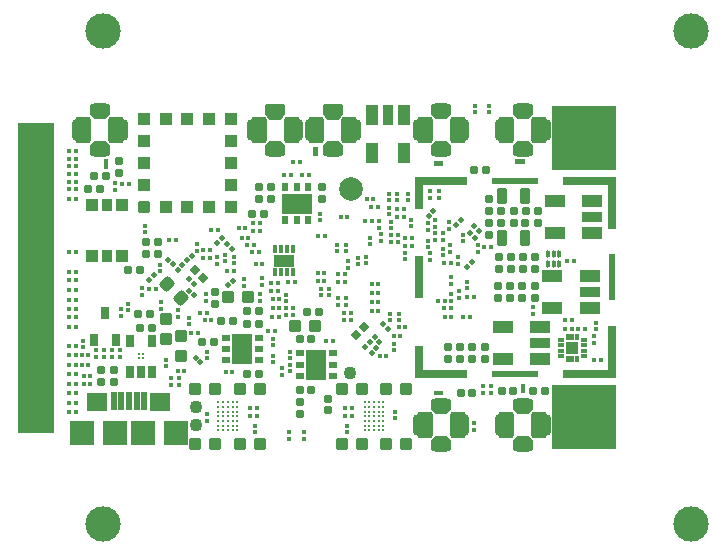
<source format=gts>
G04*
G04 #@! TF.GenerationSoftware,Altium Limited,Altium Designer,19.1.6 (110)*
G04*
G04 Layer_Color=8388736*
%FSLAX44Y44*%
%MOMM*%
G71*
G01*
G75*
%ADD68R,3.1250X26.2500*%
G04:AMPARAMS|DCode=69|XSize=0.6mm|YSize=0.7mm|CornerRadius=0.1mm|HoleSize=0mm|Usage=FLASHONLY|Rotation=270.000|XOffset=0mm|YOffset=0mm|HoleType=Round|Shape=RoundedRectangle|*
%AMROUNDEDRECTD69*
21,1,0.6000,0.5000,0,0,270.0*
21,1,0.4000,0.7000,0,0,270.0*
1,1,0.2000,-0.2500,-0.2000*
1,1,0.2000,-0.2500,0.2000*
1,1,0.2000,0.2500,0.2000*
1,1,0.2000,0.2500,-0.2000*
%
%ADD69ROUNDEDRECTD69*%
%ADD70R,0.4000X0.4500*%
G04:AMPARAMS|DCode=71|XSize=0.7mm|YSize=1.1mm|CornerRadius=0.125mm|HoleSize=0mm|Usage=FLASHONLY|Rotation=0.000|XOffset=0mm|YOffset=0mm|HoleType=Round|Shape=RoundedRectangle|*
%AMROUNDEDRECTD71*
21,1,0.7000,0.8500,0,0,0.0*
21,1,0.4500,1.1000,0,0,0.0*
1,1,0.2500,0.2250,-0.4250*
1,1,0.2500,-0.2250,-0.4250*
1,1,0.2500,-0.2250,0.4250*
1,1,0.2500,0.2250,0.4250*
%
%ADD71ROUNDEDRECTD71*%
%ADD72R,0.8000X4.5000*%
%ADD73R,3.9000X0.6000*%
%ADD74R,4.5000X0.8000*%
%ADD75R,0.8000X2.7500*%
%ADD76R,0.8000X3.6000*%
%ADD77R,0.6000X3.9000*%
%ADD78R,0.4500X0.4000*%
%ADD79R,0.4000X0.7000*%
%ADD80R,1.7000X1.0500*%
G04:AMPARAMS|DCode=81|XSize=1.1mm|YSize=1.1mm|CornerRadius=0.3mm|HoleSize=0mm|Usage=FLASHONLY|Rotation=270.000|XOffset=0mm|YOffset=0mm|HoleType=Round|Shape=RoundedRectangle|*
%AMROUNDEDRECTD81*
21,1,1.1000,0.5000,0,0,270.0*
21,1,0.5000,1.1000,0,0,270.0*
1,1,0.6000,-0.2500,-0.2500*
1,1,0.6000,-0.2500,0.2500*
1,1,0.6000,0.2500,0.2500*
1,1,0.6000,0.2500,-0.2500*
%
%ADD81ROUNDEDRECTD81*%
%ADD82R,1.1000X1.1000*%
%ADD83R,1.1000X1.1000*%
%ADD84R,1.0500X1.1000*%
%ADD85R,0.5480X1.5480*%
%ADD86R,2.0000X2.0000*%
%ADD87R,1.7000X1.5000*%
%ADD88R,2.6000X0.7000*%
%ADD89C,0.2400*%
%ADD90C,0.3000*%
%ADD91R,1.0000X1.7500*%
%ADD92R,0.8600X1.7500*%
%ADD93C,2.0000*%
%ADD94R,1.8000X2.6000*%
%ADD95R,0.8000X0.6000*%
%ADD96R,0.4000X0.4100*%
%ADD97C,3.0000*%
%ADD98R,1.0500X1.0500*%
%ADD99R,0.9000X1.0500*%
G04:AMPARAMS|DCode=100|XSize=1.1mm|YSize=1.65mm|CornerRadius=0.175mm|HoleSize=0mm|Usage=FLASHONLY|Rotation=90.000|XOffset=0mm|YOffset=0mm|HoleType=Round|Shape=RoundedRectangle|*
%AMROUNDEDRECTD100*
21,1,1.1000,1.3000,0,0,90.0*
21,1,0.7500,1.6500,0,0,90.0*
1,1,0.3500,0.6500,0.3750*
1,1,0.3500,0.6500,-0.3750*
1,1,0.3500,-0.6500,-0.3750*
1,1,0.3500,-0.6500,0.3750*
%
%ADD100ROUNDEDRECTD100*%
G04:AMPARAMS|DCode=101|XSize=1.3mm|YSize=1.7mm|CornerRadius=0.2mm|HoleSize=0mm|Usage=FLASHONLY|Rotation=180.000|XOffset=0mm|YOffset=0mm|HoleType=Round|Shape=RoundedRectangle|*
%AMROUNDEDRECTD101*
21,1,1.3000,1.3000,0,0,180.0*
21,1,0.9000,1.7000,0,0,180.0*
1,1,0.4000,-0.4500,0.6500*
1,1,0.4000,0.4500,0.6500*
1,1,0.4000,0.4500,-0.6500*
1,1,0.4000,-0.4500,-0.6500*
%
%ADD101ROUNDEDRECTD101*%
G04:AMPARAMS|DCode=102|XSize=1.3mm|YSize=1.3mm|CornerRadius=0.2mm|HoleSize=0mm|Usage=FLASHONLY|Rotation=0.000|XOffset=0mm|YOffset=0mm|HoleType=Round|Shape=RoundedRectangle|*
%AMROUNDEDRECTD102*
21,1,1.3000,0.9000,0,0,0.0*
21,1,0.9000,1.3000,0,0,0.0*
1,1,0.4000,0.4500,-0.4500*
1,1,0.4000,-0.4500,-0.4500*
1,1,0.4000,-0.4500,0.4500*
1,1,0.4000,0.4500,0.4500*
%
%ADD102ROUNDEDRECTD102*%
G04:AMPARAMS|DCode=103|XSize=1.3mm|YSize=2.25mm|CornerRadius=0.2mm|HoleSize=0mm|Usage=FLASHONLY|Rotation=180.000|XOffset=0mm|YOffset=0mm|HoleType=Round|Shape=RoundedRectangle|*
%AMROUNDEDRECTD103*
21,1,1.3000,1.8500,0,0,180.0*
21,1,0.9000,2.2500,0,0,180.0*
1,1,0.4000,-0.4500,0.9250*
1,1,0.4000,0.4500,0.9250*
1,1,0.4000,0.4500,-0.9250*
1,1,0.4000,-0.4500,-0.9250*
%
%ADD103ROUNDEDRECTD103*%
%ADD104C,1.1000*%
G04:AMPARAMS|DCode=105|XSize=0.7mm|YSize=0.7mm|CornerRadius=0.11mm|HoleSize=0mm|Usage=FLASHONLY|Rotation=0.000|XOffset=0mm|YOffset=0mm|HoleType=Round|Shape=RoundedRectangle|*
%AMROUNDEDRECTD105*
21,1,0.7000,0.4800,0,0,0.0*
21,1,0.4800,0.7000,0,0,0.0*
1,1,0.2200,0.2400,-0.2400*
1,1,0.2200,-0.2400,-0.2400*
1,1,0.2200,-0.2400,0.2400*
1,1,0.2200,0.2400,0.2400*
%
%ADD105ROUNDEDRECTD105*%
G04:AMPARAMS|DCode=106|XSize=1.4mm|YSize=0.9mm|CornerRadius=0.15mm|HoleSize=0mm|Usage=FLASHONLY|Rotation=90.000|XOffset=0mm|YOffset=0mm|HoleType=Round|Shape=RoundedRectangle|*
%AMROUNDEDRECTD106*
21,1,1.4000,0.6000,0,0,90.0*
21,1,1.1000,0.9000,0,0,90.0*
1,1,0.3000,0.3000,0.5500*
1,1,0.3000,0.3000,-0.5500*
1,1,0.3000,-0.3000,-0.5500*
1,1,0.3000,-0.3000,0.5500*
%
%ADD106ROUNDEDRECTD106*%
G04:AMPARAMS|DCode=107|XSize=0.4mm|YSize=0.45mm|CornerRadius=0mm|HoleSize=0mm|Usage=FLASHONLY|Rotation=45.000|XOffset=0mm|YOffset=0mm|HoleType=Round|Shape=Rectangle|*
%AMROTATEDRECTD107*
4,1,4,0.0177,-0.3005,-0.3005,0.0177,-0.0177,0.3005,0.3005,-0.0177,0.0177,-0.3005,0.0*
%
%ADD107ROTATEDRECTD107*%

G04:AMPARAMS|DCode=108|XSize=0.7mm|YSize=0.7mm|CornerRadius=0.11mm|HoleSize=0mm|Usage=FLASHONLY|Rotation=270.000|XOffset=0mm|YOffset=0mm|HoleType=Round|Shape=RoundedRectangle|*
%AMROUNDEDRECTD108*
21,1,0.7000,0.4800,0,0,270.0*
21,1,0.4800,0.7000,0,0,270.0*
1,1,0.2200,-0.2400,-0.2400*
1,1,0.2200,-0.2400,0.2400*
1,1,0.2200,0.2400,0.2400*
1,1,0.2200,0.2400,-0.2400*
%
%ADD108ROUNDEDRECTD108*%
G04:AMPARAMS|DCode=109|XSize=1.1mm|YSize=1mm|CornerRadius=0.1625mm|HoleSize=0mm|Usage=FLASHONLY|Rotation=270.000|XOffset=0mm|YOffset=0mm|HoleType=Round|Shape=RoundedRectangle|*
%AMROUNDEDRECTD109*
21,1,1.1000,0.6750,0,0,270.0*
21,1,0.7750,1.0000,0,0,270.0*
1,1,0.3250,-0.3375,-0.3875*
1,1,0.3250,-0.3375,0.3875*
1,1,0.3250,0.3375,0.3875*
1,1,0.3250,0.3375,-0.3875*
%
%ADD109ROUNDEDRECTD109*%
G04:AMPARAMS|DCode=110|XSize=1.1mm|YSize=1mm|CornerRadius=0.1625mm|HoleSize=0mm|Usage=FLASHONLY|Rotation=180.000|XOffset=0mm|YOffset=0mm|HoleType=Round|Shape=RoundedRectangle|*
%AMROUNDEDRECTD110*
21,1,1.1000,0.6750,0,0,180.0*
21,1,0.7750,1.0000,0,0,180.0*
1,1,0.3250,-0.3875,0.3375*
1,1,0.3250,0.3875,0.3375*
1,1,0.3250,0.3875,-0.3375*
1,1,0.3250,-0.3875,-0.3375*
%
%ADD110ROUNDEDRECTD110*%
G04:AMPARAMS|DCode=111|XSize=1.1mm|YSize=1mm|CornerRadius=0.1625mm|HoleSize=0mm|Usage=FLASHONLY|Rotation=45.000|XOffset=0mm|YOffset=0mm|HoleType=Round|Shape=RoundedRectangle|*
%AMROUNDEDRECTD111*
21,1,1.1000,0.6750,0,0,45.0*
21,1,0.7750,1.0000,0,0,45.0*
1,1,0.3250,0.5127,0.0354*
1,1,0.3250,-0.0354,-0.5127*
1,1,0.3250,-0.5127,-0.0354*
1,1,0.3250,0.0354,0.5127*
%
%ADD111ROUNDEDRECTD111*%
G04:AMPARAMS|DCode=112|XSize=0.6mm|YSize=0.7mm|CornerRadius=0.1mm|HoleSize=0mm|Usage=FLASHONLY|Rotation=180.000|XOffset=0mm|YOffset=0mm|HoleType=Round|Shape=RoundedRectangle|*
%AMROUNDEDRECTD112*
21,1,0.6000,0.5000,0,0,180.0*
21,1,0.4000,0.7000,0,0,180.0*
1,1,0.2000,-0.2000,0.2500*
1,1,0.2000,0.2000,0.2500*
1,1,0.2000,0.2000,-0.2500*
1,1,0.2000,-0.2000,-0.2500*
%
%ADD112ROUNDEDRECTD112*%
G04:AMPARAMS|DCode=113|XSize=0.4mm|YSize=0.45mm|CornerRadius=0mm|HoleSize=0mm|Usage=FLASHONLY|Rotation=315.000|XOffset=0mm|YOffset=0mm|HoleType=Round|Shape=Rectangle|*
%AMROTATEDRECTD113*
4,1,4,-0.3005,-0.0177,0.0177,0.3005,0.3005,0.0177,-0.0177,-0.3005,-0.3005,-0.0177,0.0*
%
%ADD113ROTATEDRECTD113*%

%ADD114R,0.6000X0.8000*%
%ADD115R,2.6000X1.8000*%
%ADD116R,1.7500X1.0000*%
%ADD117R,1.7500X0.8600*%
%ADD118R,0.4100X0.4000*%
G04:AMPARAMS|DCode=119|XSize=1.1mm|YSize=1.1mm|CornerRadius=0.2mm|HoleSize=0mm|Usage=FLASHONLY|Rotation=180.000|XOffset=0mm|YOffset=0mm|HoleType=Round|Shape=RoundedRectangle|*
%AMROUNDEDRECTD119*
21,1,1.1000,0.7000,0,0,180.0*
21,1,0.7000,1.1000,0,0,180.0*
1,1,0.4000,-0.3500,0.3500*
1,1,0.4000,0.3500,0.3500*
1,1,0.4000,0.3500,-0.3500*
1,1,0.4000,-0.3500,-0.3500*
%
%ADD119ROUNDEDRECTD119*%
%ADD120R,0.3000X0.4950*%
%ADD121R,0.4950X0.3000*%
G04:AMPARAMS|DCode=122|XSize=0.33mm|YSize=0.63mm|CornerRadius=0.1025mm|HoleSize=0mm|Usage=FLASHONLY|Rotation=0.000|XOffset=0mm|YOffset=0mm|HoleType=Round|Shape=RoundedRectangle|*
%AMROUNDEDRECTD122*
21,1,0.3300,0.4250,0,0,0.0*
21,1,0.1250,0.6300,0,0,0.0*
1,1,0.2050,0.0625,-0.2125*
1,1,0.2050,-0.0625,-0.2125*
1,1,0.2050,-0.0625,0.2125*
1,1,0.2050,0.0625,0.2125*
%
%ADD122ROUNDEDRECTD122*%
G04:AMPARAMS|DCode=123|XSize=0.7mm|YSize=0.7mm|CornerRadius=0.11mm|HoleSize=0mm|Usage=FLASHONLY|Rotation=135.000|XOffset=0mm|YOffset=0mm|HoleType=Round|Shape=RoundedRectangle|*
%AMROUNDEDRECTD123*
21,1,0.7000,0.4800,0,0,135.0*
21,1,0.4800,0.7000,0,0,135.0*
1,1,0.2200,0.0000,0.3394*
1,1,0.2200,0.3394,0.0000*
1,1,0.2200,0.0000,-0.3394*
1,1,0.2200,-0.3394,0.0000*
%
%ADD123ROUNDEDRECTD123*%
G04:AMPARAMS|DCode=124|XSize=0.6mm|YSize=0.7mm|CornerRadius=0.1mm|HoleSize=0mm|Usage=FLASHONLY|Rotation=45.000|XOffset=0mm|YOffset=0mm|HoleType=Round|Shape=RoundedRectangle|*
%AMROUNDEDRECTD124*
21,1,0.6000,0.5000,0,0,45.0*
21,1,0.4000,0.7000,0,0,45.0*
1,1,0.2000,0.3182,-0.0354*
1,1,0.2000,0.0354,-0.3182*
1,1,0.2000,-0.3182,0.0354*
1,1,0.2000,-0.0354,0.3182*
%
%ADD124ROUNDEDRECTD124*%
%ADD125R,5.5000X5.5000*%
G36*
X212000Y251000D02*
X208000D01*
X208000Y259000D01*
X212000D01*
Y251000D01*
D02*
G37*
G36*
X387250Y244500D02*
X379250D01*
Y248500D01*
X387250D01*
Y244500D01*
D02*
G37*
G36*
X318250Y243250D02*
X310250D01*
Y247250D01*
X318250D01*
Y243250D01*
D02*
G37*
G36*
X34500Y240500D02*
X30500D01*
Y248500D01*
X34500D01*
Y240500D01*
D02*
G37*
G36*
X387750Y50500D02*
X383750D01*
Y58500D01*
X387750D01*
Y50500D01*
D02*
G37*
G36*
X318250Y48750D02*
X310250D01*
Y52750D01*
X318250D01*
Y48750D01*
D02*
G37*
D68*
X-26875Y148250D02*
D03*
D69*
X166000Y202250D02*
D03*
X156000D02*
D03*
X66750Y178250D02*
D03*
X76750D02*
D03*
X59750Y117250D02*
D03*
X69750D02*
D03*
X76750Y168250D02*
D03*
X66750D02*
D03*
X114000Y93500D02*
D03*
X124000D02*
D03*
X130000Y111250D02*
D03*
X140000D02*
D03*
X51500Y154500D02*
D03*
X61500D02*
D03*
X354250Y239500D02*
D03*
X344250D02*
D03*
X404000Y52250D02*
D03*
X394000D02*
D03*
X32500Y234250D02*
D03*
X22500D02*
D03*
X61500Y106000D02*
D03*
X71500D02*
D03*
X162000Y66354D02*
D03*
X152000D02*
D03*
X162000Y109495D02*
D03*
X152000D02*
D03*
X388000Y204750D02*
D03*
X378000D02*
D03*
X384879Y141000D02*
D03*
X374879Y141000D02*
D03*
X384879Y131000D02*
D03*
X374879D02*
D03*
X342500Y89750D02*
D03*
X332500D02*
D03*
X342500Y79750D02*
D03*
X332500D02*
D03*
X385479Y155750D02*
D03*
X375479Y155750D02*
D03*
X385479Y165750D02*
D03*
X375479Y165750D02*
D03*
X387750Y194750D02*
D03*
X377750D02*
D03*
X196464Y96360D02*
D03*
X206464D02*
D03*
X196500Y53255D02*
D03*
X206500D02*
D03*
D70*
X262800Y208250D02*
D03*
X257200D02*
D03*
X7050Y242500D02*
D03*
X1450D02*
D03*
X7024Y153218D02*
D03*
X1424D02*
D03*
X258800Y214750D02*
D03*
X253200D02*
D03*
X7050Y249000D02*
D03*
X1450D02*
D03*
X159440Y160296D02*
D03*
X165040D02*
D03*
X1450Y170250D02*
D03*
X7050D02*
D03*
X172200Y143778D02*
D03*
X177800D02*
D03*
X192300Y144250D02*
D03*
X186700D02*
D03*
X93200Y69500D02*
D03*
X98800D02*
D03*
X7050Y34497D02*
D03*
X1450D02*
D03*
X189146Y235250D02*
D03*
X183546D02*
D03*
X204246Y235500D02*
D03*
X198646D02*
D03*
X218050Y183750D02*
D03*
X212450D02*
D03*
X236800Y199567D02*
D03*
X231200D02*
D03*
X91800Y180250D02*
D03*
X86200D02*
D03*
X120267Y171750D02*
D03*
X114667D02*
D03*
X120267Y165250D02*
D03*
X114667D02*
D03*
X121650Y188500D02*
D03*
X127250D02*
D03*
X117800Y118750D02*
D03*
X112200D02*
D03*
X104700Y101500D02*
D03*
X110300D02*
D03*
X135150Y153750D02*
D03*
X140750D02*
D03*
X116200Y112250D02*
D03*
X121800D02*
D03*
X1450Y229500D02*
D03*
X7050D02*
D03*
X173700Y130000D02*
D03*
X179300D02*
D03*
X190550Y123000D02*
D03*
X184950D02*
D03*
X234800Y144750D02*
D03*
X229200D02*
D03*
X178300Y137000D02*
D03*
X172700D02*
D03*
X173200Y115000D02*
D03*
X178800D02*
D03*
X179300Y123000D02*
D03*
X173700D02*
D03*
X184950Y116500D02*
D03*
X190550D02*
D03*
X190950Y246500D02*
D03*
X196550D02*
D03*
X169950Y102750D02*
D03*
X175550D02*
D03*
X52050Y228000D02*
D03*
X46450D02*
D03*
X234800Y151250D02*
D03*
X229200D02*
D03*
X426800Y112250D02*
D03*
X421200D02*
D03*
X7050Y129389D02*
D03*
X1450D02*
D03*
X7050Y121500D02*
D03*
X1450D02*
D03*
X7050Y42276D02*
D03*
X1450D02*
D03*
X7050Y50718D02*
D03*
X1450D02*
D03*
X7050Y58276D02*
D03*
X1450D02*
D03*
X7050Y66718D02*
D03*
X1450D02*
D03*
X7050Y74276D02*
D03*
X1450D02*
D03*
X7050Y82718D02*
D03*
X1450D02*
D03*
X7043Y90497D02*
D03*
X1443D02*
D03*
X224500Y94455D02*
D03*
X218900Y94455D02*
D03*
X134000Y68045D02*
D03*
X139600D02*
D03*
X422950Y162250D02*
D03*
X428550D02*
D03*
X445950Y78750D02*
D03*
X451550D02*
D03*
X437800Y105250D02*
D03*
X432200Y105250D02*
D03*
X421200Y105250D02*
D03*
X426800Y105250D02*
D03*
X154500Y31000D02*
D03*
X160100Y31000D02*
D03*
X154500Y37750D02*
D03*
X160100D02*
D03*
X280265Y106750D02*
D03*
X285865D02*
D03*
X235150Y37750D02*
D03*
X240750D02*
D03*
X235150Y31000D02*
D03*
X240750D02*
D03*
X1450Y255500D02*
D03*
X7050D02*
D03*
X1450Y235987D02*
D03*
X7050D02*
D03*
X69200Y138750D02*
D03*
X74800D02*
D03*
X162800Y187750D02*
D03*
X157200D02*
D03*
X162800Y194250D02*
D03*
X157200D02*
D03*
X144950Y190750D02*
D03*
X150550D02*
D03*
X147450Y182250D02*
D03*
X153050D02*
D03*
X161800Y169713D02*
D03*
X156200D02*
D03*
X1450Y146718D02*
D03*
X7050D02*
D03*
X1450Y138276D02*
D03*
X7050D02*
D03*
X12074Y82718D02*
D03*
X17673D02*
D03*
X12074Y74276D02*
D03*
X17673D02*
D03*
X7050Y114718D02*
D03*
X1450D02*
D03*
X7050Y106276D02*
D03*
X1450D02*
D03*
X19350Y64750D02*
D03*
X13750D02*
D03*
X19350Y58000D02*
D03*
X13750D02*
D03*
X7050Y222968D02*
D03*
X1450D02*
D03*
X7050Y214526D02*
D03*
X1450D02*
D03*
X157550Y175750D02*
D03*
X151950D02*
D03*
X269800Y81750D02*
D03*
X264200D02*
D03*
X279800Y178250D02*
D03*
X274200D02*
D03*
X324800Y115250D02*
D03*
X319200D02*
D03*
X319300Y128750D02*
D03*
X313700D02*
D03*
X352950Y174250D02*
D03*
X358550D02*
D03*
X257524Y195950D02*
D03*
X251924D02*
D03*
X324274Y160650D02*
D03*
X318674D02*
D03*
X343800Y132000D02*
D03*
X338200D02*
D03*
X281615Y98750D02*
D03*
X276015D02*
D03*
X211855Y145411D02*
D03*
X217455D02*
D03*
X211855Y152581D02*
D03*
X217455D02*
D03*
X319174Y122400D02*
D03*
X324774D02*
D03*
X284695Y206250D02*
D03*
X279095D02*
D03*
X284695Y199750D02*
D03*
X279095D02*
D03*
X340800Y115000D02*
D03*
X335200D02*
D03*
X279800Y184750D02*
D03*
X274200D02*
D03*
X291355Y175280D02*
D03*
X285755D02*
D03*
X291355Y181805D02*
D03*
X285755D02*
D03*
X263074Y135400D02*
D03*
X257474D02*
D03*
X263074Y143100D02*
D03*
X257474D02*
D03*
X263074Y120150D02*
D03*
X257474D02*
D03*
X263074Y127850D02*
D03*
X257474D02*
D03*
D71*
X22250Y95500D02*
D03*
X41250D02*
D03*
X31750Y118500D02*
D03*
X52750Y94625D02*
D03*
X71750Y68625D02*
D03*
X62250D02*
D03*
X52750D02*
D03*
X71750Y94625D02*
D03*
D72*
X460592Y85750D02*
D03*
Y211250D02*
D03*
D73*
X379092Y67000D02*
D03*
Y230000D02*
D03*
D74*
X441842Y67000D02*
D03*
Y230000D02*
D03*
X316342D02*
D03*
Y67000D02*
D03*
D75*
X297592Y220250D02*
D03*
Y76750D02*
D03*
D76*
Y148500D02*
D03*
D77*
X460592D02*
D03*
D78*
X44250Y86800D02*
D03*
Y81200D02*
D03*
X37750Y81200D02*
D03*
Y86800D02*
D03*
X200250Y17550D02*
D03*
Y11950D02*
D03*
X237850Y162381D02*
D03*
Y156781D02*
D03*
X40500Y228300D02*
D03*
Y222700D02*
D03*
X356750Y294050D02*
D03*
Y288450D02*
D03*
X181500Y66200D02*
D03*
Y71800D02*
D03*
X345250Y294050D02*
D03*
Y288450D02*
D03*
X343750Y25300D02*
D03*
Y19700D02*
D03*
X12750Y89450D02*
D03*
Y95050D02*
D03*
X31250Y81200D02*
D03*
Y86800D02*
D03*
X188000Y74646D02*
D03*
Y69046D02*
D03*
X358500Y56300D02*
D03*
Y50700D02*
D03*
X351750Y56300D02*
D03*
Y50700D02*
D03*
X24250Y81200D02*
D03*
Y86800D02*
D03*
X173750Y91104D02*
D03*
Y96704D02*
D03*
Y76754D02*
D03*
Y82354D02*
D03*
X188000Y85746D02*
D03*
Y80146D02*
D03*
X187500Y17550D02*
D03*
Y11950D02*
D03*
X116950Y134350D02*
D03*
Y128750D02*
D03*
X118500Y79950D02*
D03*
Y85550D02*
D03*
X149750Y141200D02*
D03*
Y146800D02*
D03*
X93250Y115200D02*
D03*
Y120800D02*
D03*
X126500Y165600D02*
D03*
Y160000D02*
D03*
X79000Y121700D02*
D03*
Y127300D02*
D03*
X102750Y108700D02*
D03*
Y114300D02*
D03*
X62750Y139550D02*
D03*
Y133950D02*
D03*
X78250Y153700D02*
D03*
Y159300D02*
D03*
X118000Y32600D02*
D03*
Y27000D02*
D03*
X277250Y29400D02*
D03*
Y35000D02*
D03*
X165000Y147900D02*
D03*
Y142300D02*
D03*
X94464Y57414D02*
D03*
Y63014D02*
D03*
X88000Y57414D02*
D03*
Y63014D02*
D03*
X252705Y166145D02*
D03*
Y160545D02*
D03*
X51250Y120700D02*
D03*
Y126300D02*
D03*
X83300Y78900D02*
D03*
Y73300D02*
D03*
X185000Y134050D02*
D03*
Y128450D02*
D03*
X162950Y128950D02*
D03*
Y134550D02*
D03*
X65500Y186786D02*
D03*
Y192386D02*
D03*
X306500Y168800D02*
D03*
Y163200D02*
D03*
X109250Y171200D02*
D03*
Y176800D02*
D03*
X255750Y182300D02*
D03*
Y176700D02*
D03*
X214205Y197000D02*
D03*
X214205Y202600D02*
D03*
X447250Y104550D02*
D03*
Y110150D02*
D03*
X445500Y93200D02*
D03*
X445500Y98800D02*
D03*
X158629Y23121D02*
D03*
Y17521D02*
D03*
X288000Y213750D02*
D03*
Y219350D02*
D03*
X280250Y117800D02*
D03*
Y112200D02*
D03*
X236500Y17400D02*
D03*
Y23000D02*
D03*
X45000Y116200D02*
D03*
Y121800D02*
D03*
X133000Y167850D02*
D03*
Y162250D02*
D03*
X140750Y166050D02*
D03*
Y160450D02*
D03*
X393750Y117950D02*
D03*
Y123550D02*
D03*
X311500Y191200D02*
D03*
Y196800D02*
D03*
X311000Y185800D02*
D03*
Y180200D02*
D03*
X272500Y201950D02*
D03*
Y207550D02*
D03*
Y219300D02*
D03*
Y213700D02*
D03*
X276015Y92500D02*
D03*
Y86900D02*
D03*
X338200Y144800D02*
D03*
Y139200D02*
D03*
X279095Y213750D02*
D03*
Y219350D02*
D03*
X314250Y215950D02*
D03*
Y221550D02*
D03*
X285500Y169550D02*
D03*
Y163950D02*
D03*
X272750Y112200D02*
D03*
Y117800D02*
D03*
X324593Y148500D02*
D03*
Y142900D02*
D03*
X317724Y172700D02*
D03*
Y167100D02*
D03*
X305500Y173950D02*
D03*
Y179550D02*
D03*
X317500Y185800D02*
D03*
Y180200D02*
D03*
X290500Y197550D02*
D03*
Y191950D02*
D03*
X304950Y188811D02*
D03*
Y194411D02*
D03*
X274250Y195800D02*
D03*
Y190200D02*
D03*
X240250Y118170D02*
D03*
Y112570D02*
D03*
X233750Y118170D02*
D03*
Y112570D02*
D03*
X214750Y133400D02*
D03*
Y139000D02*
D03*
X221301Y133400D02*
D03*
Y139000D02*
D03*
X228750Y125306D02*
D03*
Y130906D02*
D03*
X235750Y125306D02*
D03*
Y130906D02*
D03*
X331750Y136800D02*
D03*
Y131200D02*
D03*
X324224Y170350D02*
D03*
Y175950D02*
D03*
X347250Y170200D02*
D03*
Y175800D02*
D03*
X325000Y128700D02*
D03*
Y134300D02*
D03*
X307000Y221550D02*
D03*
Y215950D02*
D03*
X323000Y195050D02*
D03*
Y189450D02*
D03*
X334750Y178950D02*
D03*
Y184550D02*
D03*
X235644Y176295D02*
D03*
Y170695D02*
D03*
X228305Y176295D02*
D03*
Y170695D02*
D03*
X330224Y165450D02*
D03*
Y159850D02*
D03*
X263974Y190350D02*
D03*
Y195950D02*
D03*
X265245Y179405D02*
D03*
Y185005D02*
D03*
X246000Y165300D02*
D03*
Y159700D02*
D03*
D79*
X190750Y153000D02*
D03*
X185750D02*
D03*
X180750D02*
D03*
X175750D02*
D03*
Y172500D02*
D03*
X180750D02*
D03*
X185750D02*
D03*
X190750D02*
D03*
D80*
X183250Y162750D02*
D03*
D81*
X64500Y208500D02*
D03*
D82*
X101500D02*
D03*
X83000D02*
D03*
X120000D02*
D03*
X138500D02*
D03*
X120000Y282500D02*
D03*
X101500D02*
D03*
X83000D02*
D03*
X64500D02*
D03*
D83*
X138500Y227000D02*
D03*
Y245500D02*
D03*
Y264000D02*
D03*
X64500D02*
D03*
Y245500D02*
D03*
Y227000D02*
D03*
D84*
X138500Y282500D02*
D03*
D85*
X39000Y43500D02*
D03*
X58500D02*
D03*
X65000D02*
D03*
X52000D02*
D03*
X45500D02*
D03*
D86*
X40000Y17000D02*
D03*
X12000D02*
D03*
X92000D02*
D03*
X64000D02*
D03*
D87*
X78670Y43140D02*
D03*
X25330D02*
D03*
D88*
X-25000Y266497D02*
D03*
Y258497D02*
D03*
Y250497D02*
D03*
Y242497D02*
D03*
Y234497D02*
D03*
Y226497D02*
D03*
Y218497D02*
D03*
Y210497D02*
D03*
X-25000Y170497D02*
D03*
Y162497D02*
D03*
Y154497D02*
D03*
Y146497D02*
D03*
Y138497D02*
D03*
Y130497D02*
D03*
Y122497D02*
D03*
Y114497D02*
D03*
Y106497D02*
D03*
Y98497D02*
D03*
Y90497D02*
D03*
Y82497D02*
D03*
Y74497D02*
D03*
X-25000Y66497D02*
D03*
Y58497D02*
D03*
Y50497D02*
D03*
X-25000Y42497D02*
D03*
Y34497D02*
D03*
D89*
X64250Y83375D02*
D03*
Y79875D02*
D03*
X60750Y83375D02*
D03*
Y79875D02*
D03*
D90*
X143750Y43000D02*
D03*
X127750Y19000D02*
D03*
X131750Y19000D02*
D03*
X135750Y19000D02*
D03*
X139750Y19000D02*
D03*
X143750D02*
D03*
X135750Y43000D02*
D03*
X139750D02*
D03*
X127750Y35000D02*
D03*
X131750D02*
D03*
X135750D02*
D03*
X139750D02*
D03*
X143750D02*
D03*
X127750Y43000D02*
D03*
X127750Y39000D02*
D03*
X131750D02*
D03*
X135750D02*
D03*
X139750D02*
D03*
X143750D02*
D03*
X127750Y23000D02*
D03*
X131750D02*
D03*
X135750D02*
D03*
X131750Y43000D02*
D03*
X139750Y23000D02*
D03*
X143750D02*
D03*
Y31000D02*
D03*
X139750D02*
D03*
X135750D02*
D03*
X131750Y31000D02*
D03*
X127750Y31000D02*
D03*
X143750Y27000D02*
D03*
X139750Y27000D02*
D03*
X135750Y27000D02*
D03*
X131750D02*
D03*
X127750D02*
D03*
X251500Y19000D02*
D03*
X267500Y43000D02*
D03*
X263500D02*
D03*
X259500D02*
D03*
X255500D02*
D03*
X251500D02*
D03*
X259500Y19000D02*
D03*
X255500D02*
D03*
X267500Y27000D02*
D03*
X263500D02*
D03*
X259500D02*
D03*
X255500D02*
D03*
X251500D02*
D03*
X267500Y19000D02*
D03*
Y23000D02*
D03*
X263500D02*
D03*
X259500D02*
D03*
X255500D02*
D03*
X251500D02*
D03*
X267500Y39000D02*
D03*
X263500D02*
D03*
X259500D02*
D03*
X263500Y19000D02*
D03*
X255500Y39000D02*
D03*
X251500D02*
D03*
Y31000D02*
D03*
X255500D02*
D03*
X259500D02*
D03*
X263500D02*
D03*
X267500D02*
D03*
X251500Y35000D02*
D03*
X255500D02*
D03*
X259500D02*
D03*
X263500D02*
D03*
X267500D02*
D03*
D91*
X258050Y253850D02*
D03*
X284950D02*
D03*
Y285650D02*
D03*
X258050D02*
D03*
D92*
X271500D02*
D03*
D93*
X240250Y223500D02*
D03*
D94*
X148000Y88000D02*
D03*
X210500Y74750D02*
D03*
D95*
X162000Y97500D02*
D03*
Y88000D02*
D03*
Y78500D02*
D03*
X134000D02*
D03*
Y88000D02*
D03*
Y97500D02*
D03*
X224500Y65250D02*
D03*
Y74750D02*
D03*
Y84250D02*
D03*
X196500D02*
D03*
Y74750D02*
D03*
Y65250D02*
D03*
D96*
X32500Y242250D02*
D03*
Y246750D02*
D03*
X210000Y257250D02*
D03*
Y252750D02*
D03*
X385750Y56750D02*
D03*
Y52250D02*
D03*
D97*
X30000Y357300D02*
D03*
X528250Y357300D02*
D03*
Y-60300D02*
D03*
X30050Y-60250D02*
D03*
D98*
X46000Y209750D02*
D03*
X21000D02*
D03*
Y166250D02*
D03*
X46000D02*
D03*
D99*
X33500Y209750D02*
D03*
Y166250D02*
D03*
D100*
X224500Y256000D02*
D03*
Y290000D02*
D03*
X175750Y290000D02*
D03*
Y256000D02*
D03*
X27250Y290250D02*
D03*
Y256250D02*
D03*
X316500Y6500D02*
D03*
Y40500D02*
D03*
X385500Y290250D02*
D03*
Y256250D02*
D03*
X385500Y6500D02*
D03*
Y40500D02*
D03*
X316500Y290250D02*
D03*
Y256250D02*
D03*
D101*
X241500Y273000D02*
D03*
X207500D02*
D03*
X158750Y273000D02*
D03*
X192750D02*
D03*
X10250Y273250D02*
D03*
X44250D02*
D03*
X333500Y23500D02*
D03*
X299500D02*
D03*
X368500Y273250D02*
D03*
X402500D02*
D03*
X402500Y23500D02*
D03*
X368500D02*
D03*
X299500Y273250D02*
D03*
X333500D02*
D03*
D102*
X224500Y289000D02*
D03*
Y257000D02*
D03*
X175750Y257000D02*
D03*
Y289000D02*
D03*
X27250Y257250D02*
D03*
Y289250D02*
D03*
X316500Y39500D02*
D03*
Y7500D02*
D03*
X385500Y257250D02*
D03*
Y289250D02*
D03*
X385500Y39500D02*
D03*
Y7500D02*
D03*
X316500Y257250D02*
D03*
Y289250D02*
D03*
D103*
X210500Y273000D02*
D03*
X238500D02*
D03*
X189750Y273000D02*
D03*
X161750D02*
D03*
X41250Y273250D02*
D03*
X13250D02*
D03*
X302500Y23500D02*
D03*
X330500D02*
D03*
X399500Y273250D02*
D03*
X371500D02*
D03*
X371500Y23500D02*
D03*
X399500D02*
D03*
X330500Y273250D02*
D03*
X302500D02*
D03*
D104*
X108750Y23750D02*
D03*
Y38500D02*
D03*
X239500Y67500D02*
D03*
D105*
X44000Y246750D02*
D03*
Y236750D02*
D03*
X162005Y215000D02*
D03*
Y225000D02*
D03*
X356750Y194750D02*
D03*
Y184750D02*
D03*
Y204750D02*
D03*
Y214750D02*
D03*
X395879Y141000D02*
D03*
Y131000D02*
D03*
X353500Y79750D02*
D03*
Y89750D02*
D03*
X39000Y70250D02*
D03*
Y60250D02*
D03*
X196500Y42755D02*
D03*
Y32755D02*
D03*
D106*
X387500Y217500D02*
D03*
X367500D02*
D03*
X387500Y182000D02*
D03*
X367500D02*
D03*
D107*
X73043Y150149D02*
D03*
X69083Y146189D02*
D03*
X93270Y155020D02*
D03*
X97230Y158980D02*
D03*
X105480Y166980D02*
D03*
X101520Y163020D02*
D03*
X139980Y145730D02*
D03*
X136020Y141770D02*
D03*
X126520Y177770D02*
D03*
X130480Y181730D02*
D03*
X255980Y93980D02*
D03*
X252020Y90020D02*
D03*
X305700Y200500D02*
D03*
X309660Y204460D02*
D03*
X328994Y193170D02*
D03*
X332954Y197130D02*
D03*
X261355Y88605D02*
D03*
X257395Y84645D02*
D03*
X342204Y161380D02*
D03*
X338244Y157420D02*
D03*
D108*
X377500Y52750D02*
D03*
X367500D02*
D03*
X332750Y50750D02*
D03*
X342750D02*
D03*
X17250Y223000D02*
D03*
X27250D02*
D03*
X152000Y119995D02*
D03*
X162000D02*
D03*
X213000Y119250D02*
D03*
X203000D02*
D03*
D109*
X135500Y132250D02*
D03*
X152500D02*
D03*
X108250Y7750D02*
D03*
X125250D02*
D03*
X163250Y54250D02*
D03*
X146250Y54250D02*
D03*
X108250Y54250D02*
D03*
X125250Y54250D02*
D03*
X146250Y7750D02*
D03*
X163250D02*
D03*
X249000Y54250D02*
D03*
X232000D02*
D03*
X270000Y7750D02*
D03*
X287000D02*
D03*
X270000Y54250D02*
D03*
X287000D02*
D03*
X249000Y7750D02*
D03*
X232000D02*
D03*
X209500Y107500D02*
D03*
X192500D02*
D03*
D110*
X95750Y98750D02*
D03*
Y81750D02*
D03*
X83250Y113500D02*
D03*
Y96500D02*
D03*
D111*
X96510Y130990D02*
D03*
X84490Y143010D02*
D03*
D112*
X125000Y136000D02*
D03*
Y126000D02*
D03*
X220250Y36000D02*
D03*
Y46000D02*
D03*
X215646Y225000D02*
D03*
Y215000D02*
D03*
X172505Y225000D02*
D03*
Y215000D02*
D03*
X364380Y141000D02*
D03*
Y131000D02*
D03*
X322000Y79750D02*
D03*
Y89750D02*
D03*
X364979Y165750D02*
D03*
Y155750D02*
D03*
X395979Y165750D02*
D03*
Y155750D02*
D03*
X28500Y70250D02*
D03*
Y60250D02*
D03*
X398500Y205000D02*
D03*
X398500Y195000D02*
D03*
X367250Y194750D02*
D03*
Y204750D02*
D03*
D113*
X89230Y159520D02*
D03*
X85270Y163480D02*
D03*
X103020Y147230D02*
D03*
X106980Y143270D02*
D03*
X107230Y133270D02*
D03*
X103270Y137230D02*
D03*
X112480Y76520D02*
D03*
X108520Y80480D02*
D03*
X135040Y176410D02*
D03*
X139000Y172450D02*
D03*
X344270Y191980D02*
D03*
X348230Y188020D02*
D03*
X263980Y94020D02*
D03*
X260020Y97980D02*
D03*
X344980Y182020D02*
D03*
X341020Y185980D02*
D03*
X271204Y104920D02*
D03*
X267244Y108880D02*
D03*
D114*
X184500Y197000D02*
D03*
X194000D02*
D03*
X203500D02*
D03*
Y225000D02*
D03*
X194000D02*
D03*
X184500D02*
D03*
D115*
X194000Y211000D02*
D03*
D116*
X400400Y106700D02*
D03*
Y79800D02*
D03*
X368600D02*
D03*
Y106700D02*
D03*
X444150Y213450D02*
D03*
Y186550D02*
D03*
X412350D02*
D03*
Y213450D02*
D03*
X410479Y149450D02*
D03*
Y122550D02*
D03*
X442279D02*
D03*
Y149450D02*
D03*
D117*
X400400Y93250D02*
D03*
X444150Y200000D02*
D03*
X442279Y136000D02*
D03*
D118*
X312000Y50750D02*
D03*
X316500D02*
D03*
X381000Y246500D02*
D03*
X385500D02*
D03*
X312000Y245250D02*
D03*
X316500D02*
D03*
D119*
X427500Y88750D02*
D03*
D120*
X431500Y79225D02*
D03*
X427500D02*
D03*
X423500D02*
D03*
Y98275D02*
D03*
X427500D02*
D03*
X431500D02*
D03*
D121*
X417975Y82000D02*
D03*
Y86500D02*
D03*
Y91000D02*
D03*
Y95500D02*
D03*
X437025D02*
D03*
Y91000D02*
D03*
Y86500D02*
D03*
Y82000D02*
D03*
D122*
X411500Y159750D02*
D03*
X416500D02*
D03*
X411500Y168250D02*
D03*
X416500D02*
D03*
X406500D02*
D03*
Y159750D02*
D03*
D123*
X251000Y106750D02*
D03*
X243929Y99679D02*
D03*
D124*
X115035Y147964D02*
D03*
X107964Y155035D02*
D03*
D125*
X437500Y30500D02*
D03*
Y266500D02*
D03*
M02*

</source>
